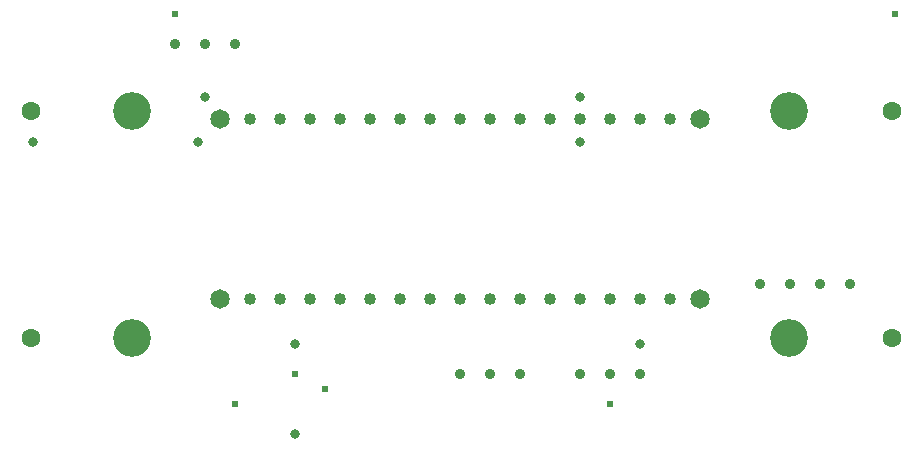
<source format=gbr>
G04 DesignSpark PCB Gerber Version 10.0 Build 5299*
G04 #@! TF.Part,Single*
G04 #@! TF.FilePolarity,Positive*
%FSLAX35Y35*%
%MOIN*%
G04 #@! TA.AperFunction,ViaDrill*
%ADD73C,0.02400*%
%ADD72C,0.03200*%
G04 #@! TA.AperFunction,ComponentDrill*
%ADD76C,0.03500*%
%ADD74C,0.04000*%
%ADD77C,0.06299*%
%ADD75C,0.06496*%
%ADD78C,0.12598*%
G04 #@! TD.AperFunction*
X0Y0D02*
D02*
D72*
X23104Y112750D03*
X78104D03*
X80604Y127750D03*
X110604Y15250D03*
Y45250D03*
X205604Y112750D03*
Y127750D03*
X225604Y45250D03*
D02*
D73*
X70604Y155250D03*
X90604Y25250D03*
X110604Y35250D03*
X120604Y30250D03*
X215604Y25250D03*
X310604Y155250D03*
D02*
D74*
X95604Y60250D03*
Y120250D03*
X105604Y60250D03*
Y120250D03*
X115604Y60250D03*
Y120250D03*
X125604Y60250D03*
Y120250D03*
X135604Y60250D03*
Y120250D03*
X145604Y60250D03*
Y120250D03*
X155604Y60250D03*
Y120250D03*
X165604Y60250D03*
Y120250D03*
X175604Y60250D03*
Y120250D03*
X185604Y60250D03*
Y120250D03*
X195604Y60250D03*
Y120250D03*
X205604Y60250D03*
Y120250D03*
X215604Y60250D03*
Y120250D03*
X225604Y60250D03*
Y120250D03*
X235604Y60250D03*
Y120250D03*
D02*
D75*
X85604Y60250D03*
Y120250D03*
X245604Y60250D03*
Y120250D03*
D02*
D76*
X70604Y145250D03*
X80604D03*
X90604D03*
X165604Y35250D03*
X175604D03*
X185604D03*
X205604D03*
X215604D03*
X225604D03*
X265604Y65250D03*
X275604D03*
X285604D03*
X295604D03*
D02*
D77*
X22691Y47258D03*
Y123242D03*
X309698Y47258D03*
Y123242D03*
D02*
D78*
X56116Y47258D03*
Y123242D03*
X275092Y47258D03*
Y123242D03*
X0Y0D02*
M02*

</source>
